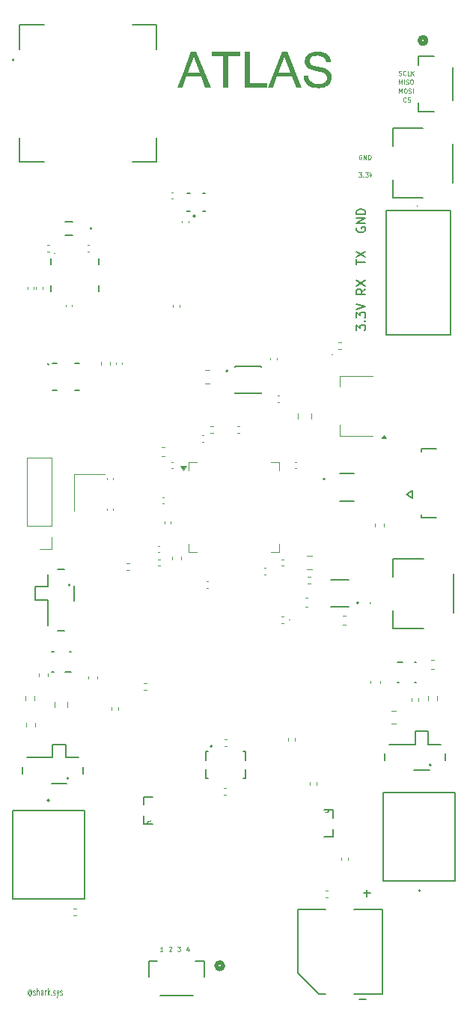
<source format=gbr>
G04 #@! TF.GenerationSoftware,KiCad,Pcbnew,9.0.4*
G04 #@! TF.CreationDate,2025-12-10T12:01:20-06:00*
G04 #@! TF.ProjectId,flightcompv2,666c6967-6874-4636-9f6d-7076322e6b69,rev?*
G04 #@! TF.SameCoordinates,Original*
G04 #@! TF.FileFunction,Legend,Top*
G04 #@! TF.FilePolarity,Positive*
%FSLAX46Y46*%
G04 Gerber Fmt 4.6, Leading zero omitted, Abs format (unit mm)*
G04 Created by KiCad (PCBNEW 9.0.4) date 2025-12-10 12:01:20*
%MOMM*%
%LPD*%
G01*
G04 APERTURE LIST*
%ADD10C,0.100000*%
%ADD11C,0.150000*%
%ADD12C,0.500000*%
%ADD13C,0.127000*%
%ADD14C,0.200000*%
%ADD15C,0.120000*%
%ADD16C,0.152400*%
%ADD17C,0.508000*%
%ADD18C,0.170000*%
%ADD19C,0.052000*%
%ADD20C,0.140000*%
G04 APERTURE END LIST*
D10*
X194946741Y-53957419D02*
X194899122Y-53933609D01*
X194899122Y-53933609D02*
X194827693Y-53933609D01*
X194827693Y-53933609D02*
X194756265Y-53957419D01*
X194756265Y-53957419D02*
X194708646Y-54005038D01*
X194708646Y-54005038D02*
X194684836Y-54052657D01*
X194684836Y-54052657D02*
X194661027Y-54147895D01*
X194661027Y-54147895D02*
X194661027Y-54219323D01*
X194661027Y-54219323D02*
X194684836Y-54314561D01*
X194684836Y-54314561D02*
X194708646Y-54362180D01*
X194708646Y-54362180D02*
X194756265Y-54409800D01*
X194756265Y-54409800D02*
X194827693Y-54433609D01*
X194827693Y-54433609D02*
X194875312Y-54433609D01*
X194875312Y-54433609D02*
X194946741Y-54409800D01*
X194946741Y-54409800D02*
X194970550Y-54385990D01*
X194970550Y-54385990D02*
X194970550Y-54219323D01*
X194970550Y-54219323D02*
X194875312Y-54219323D01*
X195184836Y-54433609D02*
X195184836Y-53933609D01*
X195184836Y-53933609D02*
X195470550Y-54433609D01*
X195470550Y-54433609D02*
X195470550Y-53933609D01*
X195708646Y-54433609D02*
X195708646Y-53933609D01*
X195708646Y-53933609D02*
X195827694Y-53933609D01*
X195827694Y-53933609D02*
X195899122Y-53957419D01*
X195899122Y-53957419D02*
X195946741Y-54005038D01*
X195946741Y-54005038D02*
X195970551Y-54052657D01*
X195970551Y-54052657D02*
X195994360Y-54147895D01*
X195994360Y-54147895D02*
X195994360Y-54219323D01*
X195994360Y-54219323D02*
X195970551Y-54314561D01*
X195970551Y-54314561D02*
X195946741Y-54362180D01*
X195946741Y-54362180D02*
X195899122Y-54409800D01*
X195899122Y-54409800D02*
X195827694Y-54433609D01*
X195827694Y-54433609D02*
X195708646Y-54433609D01*
X199161027Y-44909800D02*
X199232455Y-44933609D01*
X199232455Y-44933609D02*
X199351503Y-44933609D01*
X199351503Y-44933609D02*
X199399122Y-44909800D01*
X199399122Y-44909800D02*
X199422931Y-44885990D01*
X199422931Y-44885990D02*
X199446741Y-44838371D01*
X199446741Y-44838371D02*
X199446741Y-44790752D01*
X199446741Y-44790752D02*
X199422931Y-44743133D01*
X199422931Y-44743133D02*
X199399122Y-44719323D01*
X199399122Y-44719323D02*
X199351503Y-44695514D01*
X199351503Y-44695514D02*
X199256265Y-44671704D01*
X199256265Y-44671704D02*
X199208646Y-44647895D01*
X199208646Y-44647895D02*
X199184836Y-44624085D01*
X199184836Y-44624085D02*
X199161027Y-44576466D01*
X199161027Y-44576466D02*
X199161027Y-44528847D01*
X199161027Y-44528847D02*
X199184836Y-44481228D01*
X199184836Y-44481228D02*
X199208646Y-44457419D01*
X199208646Y-44457419D02*
X199256265Y-44433609D01*
X199256265Y-44433609D02*
X199375312Y-44433609D01*
X199375312Y-44433609D02*
X199446741Y-44457419D01*
X199946740Y-44885990D02*
X199922931Y-44909800D01*
X199922931Y-44909800D02*
X199851502Y-44933609D01*
X199851502Y-44933609D02*
X199803883Y-44933609D01*
X199803883Y-44933609D02*
X199732455Y-44909800D01*
X199732455Y-44909800D02*
X199684836Y-44862180D01*
X199684836Y-44862180D02*
X199661026Y-44814561D01*
X199661026Y-44814561D02*
X199637217Y-44719323D01*
X199637217Y-44719323D02*
X199637217Y-44647895D01*
X199637217Y-44647895D02*
X199661026Y-44552657D01*
X199661026Y-44552657D02*
X199684836Y-44505038D01*
X199684836Y-44505038D02*
X199732455Y-44457419D01*
X199732455Y-44457419D02*
X199803883Y-44433609D01*
X199803883Y-44433609D02*
X199851502Y-44433609D01*
X199851502Y-44433609D02*
X199922931Y-44457419D01*
X199922931Y-44457419D02*
X199946740Y-44481228D01*
X200399121Y-44933609D02*
X200161026Y-44933609D01*
X200161026Y-44933609D02*
X200161026Y-44433609D01*
X200565788Y-44933609D02*
X200565788Y-44433609D01*
X200851502Y-44933609D02*
X200637217Y-44647895D01*
X200851502Y-44433609D02*
X200565788Y-44719323D01*
X194637217Y-55933609D02*
X194946741Y-55933609D01*
X194946741Y-55933609D02*
X194780074Y-56124085D01*
X194780074Y-56124085D02*
X194851503Y-56124085D01*
X194851503Y-56124085D02*
X194899122Y-56147895D01*
X194899122Y-56147895D02*
X194922931Y-56171704D01*
X194922931Y-56171704D02*
X194946741Y-56219323D01*
X194946741Y-56219323D02*
X194946741Y-56338371D01*
X194946741Y-56338371D02*
X194922931Y-56385990D01*
X194922931Y-56385990D02*
X194899122Y-56409800D01*
X194899122Y-56409800D02*
X194851503Y-56433609D01*
X194851503Y-56433609D02*
X194708646Y-56433609D01*
X194708646Y-56433609D02*
X194661027Y-56409800D01*
X194661027Y-56409800D02*
X194637217Y-56385990D01*
X195161026Y-56385990D02*
X195184836Y-56409800D01*
X195184836Y-56409800D02*
X195161026Y-56433609D01*
X195161026Y-56433609D02*
X195137217Y-56409800D01*
X195137217Y-56409800D02*
X195161026Y-56385990D01*
X195161026Y-56385990D02*
X195161026Y-56433609D01*
X195351502Y-55933609D02*
X195661026Y-55933609D01*
X195661026Y-55933609D02*
X195494359Y-56124085D01*
X195494359Y-56124085D02*
X195565788Y-56124085D01*
X195565788Y-56124085D02*
X195613407Y-56147895D01*
X195613407Y-56147895D02*
X195637216Y-56171704D01*
X195637216Y-56171704D02*
X195661026Y-56219323D01*
X195661026Y-56219323D02*
X195661026Y-56338371D01*
X195661026Y-56338371D02*
X195637216Y-56385990D01*
X195637216Y-56385990D02*
X195613407Y-56409800D01*
X195613407Y-56409800D02*
X195565788Y-56433609D01*
X195565788Y-56433609D02*
X195422931Y-56433609D01*
X195422931Y-56433609D02*
X195375312Y-56409800D01*
X195375312Y-56409800D02*
X195351502Y-56385990D01*
X195827692Y-56100276D02*
X195946740Y-56433609D01*
X195946740Y-56433609D02*
X196065787Y-56100276D01*
D11*
X194417438Y-62139411D02*
X194369819Y-62234649D01*
X194369819Y-62234649D02*
X194369819Y-62377506D01*
X194369819Y-62377506D02*
X194417438Y-62520363D01*
X194417438Y-62520363D02*
X194512676Y-62615601D01*
X194512676Y-62615601D02*
X194607914Y-62663220D01*
X194607914Y-62663220D02*
X194798390Y-62710839D01*
X194798390Y-62710839D02*
X194941247Y-62710839D01*
X194941247Y-62710839D02*
X195131723Y-62663220D01*
X195131723Y-62663220D02*
X195226961Y-62615601D01*
X195226961Y-62615601D02*
X195322200Y-62520363D01*
X195322200Y-62520363D02*
X195369819Y-62377506D01*
X195369819Y-62377506D02*
X195369819Y-62282268D01*
X195369819Y-62282268D02*
X195322200Y-62139411D01*
X195322200Y-62139411D02*
X195274580Y-62091792D01*
X195274580Y-62091792D02*
X194941247Y-62091792D01*
X194941247Y-62091792D02*
X194941247Y-62282268D01*
X195369819Y-61663220D02*
X194369819Y-61663220D01*
X194369819Y-61663220D02*
X195369819Y-61091792D01*
X195369819Y-61091792D02*
X194369819Y-61091792D01*
X195369819Y-60615601D02*
X194369819Y-60615601D01*
X194369819Y-60615601D02*
X194369819Y-60377506D01*
X194369819Y-60377506D02*
X194417438Y-60234649D01*
X194417438Y-60234649D02*
X194512676Y-60139411D01*
X194512676Y-60139411D02*
X194607914Y-60091792D01*
X194607914Y-60091792D02*
X194798390Y-60044173D01*
X194798390Y-60044173D02*
X194941247Y-60044173D01*
X194941247Y-60044173D02*
X195131723Y-60091792D01*
X195131723Y-60091792D02*
X195226961Y-60139411D01*
X195226961Y-60139411D02*
X195322200Y-60234649D01*
X195322200Y-60234649D02*
X195369819Y-60377506D01*
X195369819Y-60377506D02*
X195369819Y-60615601D01*
D12*
G36*
X177894592Y-46320000D02*
G01*
X177279100Y-46320000D01*
X176814550Y-45100739D01*
X175147592Y-45100739D01*
X174704780Y-46320000D01*
X174127879Y-46320000D01*
X174764948Y-44663056D01*
X175298046Y-44663056D01*
X176652861Y-44663056D01*
X175959456Y-42835387D01*
X175298046Y-44663056D01*
X174764948Y-44663056D01*
X175672470Y-42302693D01*
X176254012Y-42302693D01*
X177894592Y-46320000D01*
G37*
G36*
X181179902Y-42787271D02*
G01*
X179854641Y-42787271D01*
X179854641Y-46320000D01*
X179306315Y-46320000D01*
X179306315Y-42787271D01*
X177991800Y-42787271D01*
X177991800Y-42302693D01*
X181179902Y-42302693D01*
X181179902Y-42787271D01*
G37*
G36*
X184230495Y-46320000D02*
G01*
X181736532Y-46320000D01*
X181736532Y-42302693D01*
X182282170Y-42302693D01*
X182282170Y-45835422D01*
X184230495Y-45835422D01*
X184230495Y-46320000D01*
G37*
G36*
X188156699Y-46320000D02*
G01*
X187541207Y-46320000D01*
X187076657Y-45100739D01*
X185409700Y-45100739D01*
X184966888Y-46320000D01*
X184389986Y-46320000D01*
X185027055Y-44663056D01*
X185560153Y-44663056D01*
X186914969Y-44663056D01*
X186221563Y-42835387D01*
X185560153Y-44663056D01*
X185027055Y-44663056D01*
X185934578Y-42302693D01*
X186516120Y-42302693D01*
X188156699Y-46320000D01*
G37*
G36*
X190097941Y-46382526D02*
G01*
X189746052Y-46364131D01*
X189450732Y-46312800D01*
X189203608Y-46233190D01*
X188997401Y-46128301D01*
X188826169Y-45999309D01*
X188640823Y-45794253D01*
X188506329Y-45563948D01*
X188419733Y-45303750D01*
X188382135Y-45006950D01*
X188908234Y-45006950D01*
X188949405Y-45229833D01*
X189025438Y-45411975D01*
X189134561Y-45561014D01*
X189278995Y-45681793D01*
X189507755Y-45799418D01*
X189770952Y-45872382D01*
X190076204Y-45897948D01*
X190366758Y-45875310D01*
X190600478Y-45812767D01*
X190788416Y-45715498D01*
X190908530Y-45613518D01*
X190991016Y-45499028D01*
X191040505Y-45369519D01*
X191057571Y-45220418D01*
X191039259Y-45065653D01*
X190987311Y-44939011D01*
X190902108Y-44834035D01*
X190778646Y-44747564D01*
X190583678Y-44662125D01*
X190274103Y-44564136D01*
X189811933Y-44453496D01*
X189358431Y-44330746D01*
X189039074Y-44193493D01*
X188822994Y-44047320D01*
X188691813Y-43907070D01*
X188598836Y-43747509D01*
X188541751Y-43564777D01*
X188521842Y-43353182D01*
X188546709Y-43118330D01*
X188619113Y-42910278D01*
X188739581Y-42722940D01*
X188913608Y-42552554D01*
X189116026Y-42420851D01*
X189352413Y-42323518D01*
X189628978Y-42261966D01*
X189953350Y-42240167D01*
X190294492Y-42262268D01*
X190586300Y-42324710D01*
X190836437Y-42423408D01*
X191051221Y-42556706D01*
X191234063Y-42729957D01*
X191367619Y-42933959D01*
X191454998Y-43174269D01*
X191494278Y-43459427D01*
X190962561Y-43459427D01*
X190912801Y-43233961D01*
X190822320Y-43057756D01*
X190691963Y-42920556D01*
X190515862Y-42817484D01*
X190282311Y-42749803D01*
X189975087Y-42724745D01*
X189685014Y-42746029D01*
X189462841Y-42803456D01*
X189294138Y-42890341D01*
X189158406Y-43015344D01*
X189080357Y-43159128D01*
X189053803Y-43328757D01*
X189076218Y-43482368D01*
X189139831Y-43602983D01*
X189246755Y-43698785D01*
X189383967Y-43768507D01*
X189614469Y-43848752D01*
X189973377Y-43939364D01*
X190478373Y-44062693D01*
X190822610Y-44170907D01*
X191023623Y-44262077D01*
X191203193Y-44380846D01*
X191363608Y-44528478D01*
X191486009Y-44702530D01*
X191562308Y-44915952D01*
X191589532Y-45179630D01*
X191563397Y-45429043D01*
X191487064Y-45651929D01*
X191359781Y-45854408D01*
X191175785Y-46040341D01*
X190961272Y-46185748D01*
X190714310Y-46292222D01*
X190428997Y-46359013D01*
X190097941Y-46382526D01*
G37*
D10*
X172446741Y-143933609D02*
X172161027Y-143933609D01*
X172303884Y-143933609D02*
X172303884Y-143433609D01*
X172303884Y-143433609D02*
X172256265Y-143505038D01*
X172256265Y-143505038D02*
X172208646Y-143552657D01*
X172208646Y-143552657D02*
X172161027Y-143576466D01*
X199184836Y-46933609D02*
X199184836Y-46433609D01*
X199184836Y-46433609D02*
X199351503Y-46790752D01*
X199351503Y-46790752D02*
X199518169Y-46433609D01*
X199518169Y-46433609D02*
X199518169Y-46933609D01*
X199851503Y-46433609D02*
X199946741Y-46433609D01*
X199946741Y-46433609D02*
X199994360Y-46457419D01*
X199994360Y-46457419D02*
X200041979Y-46505038D01*
X200041979Y-46505038D02*
X200065789Y-46600276D01*
X200065789Y-46600276D02*
X200065789Y-46766942D01*
X200065789Y-46766942D02*
X200041979Y-46862180D01*
X200041979Y-46862180D02*
X199994360Y-46909800D01*
X199994360Y-46909800D02*
X199946741Y-46933609D01*
X199946741Y-46933609D02*
X199851503Y-46933609D01*
X199851503Y-46933609D02*
X199803884Y-46909800D01*
X199803884Y-46909800D02*
X199756265Y-46862180D01*
X199756265Y-46862180D02*
X199732456Y-46766942D01*
X199732456Y-46766942D02*
X199732456Y-46600276D01*
X199732456Y-46600276D02*
X199756265Y-46505038D01*
X199756265Y-46505038D02*
X199803884Y-46457419D01*
X199803884Y-46457419D02*
X199851503Y-46433609D01*
X200256266Y-46909800D02*
X200327694Y-46933609D01*
X200327694Y-46933609D02*
X200446742Y-46933609D01*
X200446742Y-46933609D02*
X200494361Y-46909800D01*
X200494361Y-46909800D02*
X200518170Y-46885990D01*
X200518170Y-46885990D02*
X200541980Y-46838371D01*
X200541980Y-46838371D02*
X200541980Y-46790752D01*
X200541980Y-46790752D02*
X200518170Y-46743133D01*
X200518170Y-46743133D02*
X200494361Y-46719323D01*
X200494361Y-46719323D02*
X200446742Y-46695514D01*
X200446742Y-46695514D02*
X200351504Y-46671704D01*
X200351504Y-46671704D02*
X200303885Y-46647895D01*
X200303885Y-46647895D02*
X200280075Y-46624085D01*
X200280075Y-46624085D02*
X200256266Y-46576466D01*
X200256266Y-46576466D02*
X200256266Y-46528847D01*
X200256266Y-46528847D02*
X200280075Y-46481228D01*
X200280075Y-46481228D02*
X200303885Y-46457419D01*
X200303885Y-46457419D02*
X200351504Y-46433609D01*
X200351504Y-46433609D02*
X200470551Y-46433609D01*
X200470551Y-46433609D02*
X200541980Y-46457419D01*
X200756265Y-46933609D02*
X200756265Y-46433609D01*
X199970550Y-47885990D02*
X199946741Y-47909800D01*
X199946741Y-47909800D02*
X199875312Y-47933609D01*
X199875312Y-47933609D02*
X199827693Y-47933609D01*
X199827693Y-47933609D02*
X199756265Y-47909800D01*
X199756265Y-47909800D02*
X199708646Y-47862180D01*
X199708646Y-47862180D02*
X199684836Y-47814561D01*
X199684836Y-47814561D02*
X199661027Y-47719323D01*
X199661027Y-47719323D02*
X199661027Y-47647895D01*
X199661027Y-47647895D02*
X199684836Y-47552657D01*
X199684836Y-47552657D02*
X199708646Y-47505038D01*
X199708646Y-47505038D02*
X199756265Y-47457419D01*
X199756265Y-47457419D02*
X199827693Y-47433609D01*
X199827693Y-47433609D02*
X199875312Y-47433609D01*
X199875312Y-47433609D02*
X199946741Y-47457419D01*
X199946741Y-47457419D02*
X199970550Y-47481228D01*
X200161027Y-47909800D02*
X200232455Y-47933609D01*
X200232455Y-47933609D02*
X200351503Y-47933609D01*
X200351503Y-47933609D02*
X200399122Y-47909800D01*
X200399122Y-47909800D02*
X200422931Y-47885990D01*
X200422931Y-47885990D02*
X200446741Y-47838371D01*
X200446741Y-47838371D02*
X200446741Y-47790752D01*
X200446741Y-47790752D02*
X200422931Y-47743133D01*
X200422931Y-47743133D02*
X200399122Y-47719323D01*
X200399122Y-47719323D02*
X200351503Y-47695514D01*
X200351503Y-47695514D02*
X200256265Y-47671704D01*
X200256265Y-47671704D02*
X200208646Y-47647895D01*
X200208646Y-47647895D02*
X200184836Y-47624085D01*
X200184836Y-47624085D02*
X200161027Y-47576466D01*
X200161027Y-47576466D02*
X200161027Y-47528847D01*
X200161027Y-47528847D02*
X200184836Y-47481228D01*
X200184836Y-47481228D02*
X200208646Y-47457419D01*
X200208646Y-47457419D02*
X200256265Y-47433609D01*
X200256265Y-47433609D02*
X200375312Y-47433609D01*
X200375312Y-47433609D02*
X200446741Y-47457419D01*
X174137217Y-143433609D02*
X174446741Y-143433609D01*
X174446741Y-143433609D02*
X174280074Y-143624085D01*
X174280074Y-143624085D02*
X174351503Y-143624085D01*
X174351503Y-143624085D02*
X174399122Y-143647895D01*
X174399122Y-143647895D02*
X174422931Y-143671704D01*
X174422931Y-143671704D02*
X174446741Y-143719323D01*
X174446741Y-143719323D02*
X174446741Y-143838371D01*
X174446741Y-143838371D02*
X174422931Y-143885990D01*
X174422931Y-143885990D02*
X174399122Y-143909800D01*
X174399122Y-143909800D02*
X174351503Y-143933609D01*
X174351503Y-143933609D02*
X174208646Y-143933609D01*
X174208646Y-143933609D02*
X174161027Y-143909800D01*
X174161027Y-143909800D02*
X174137217Y-143885990D01*
X173161027Y-143481228D02*
X173184836Y-143457419D01*
X173184836Y-143457419D02*
X173232455Y-143433609D01*
X173232455Y-143433609D02*
X173351503Y-143433609D01*
X173351503Y-143433609D02*
X173399122Y-143457419D01*
X173399122Y-143457419D02*
X173422931Y-143481228D01*
X173422931Y-143481228D02*
X173446741Y-143528847D01*
X173446741Y-143528847D02*
X173446741Y-143576466D01*
X173446741Y-143576466D02*
X173422931Y-143647895D01*
X173422931Y-143647895D02*
X173137217Y-143933609D01*
X173137217Y-143933609D02*
X173446741Y-143933609D01*
D11*
X194369819Y-73758458D02*
X194369819Y-73139411D01*
X194369819Y-73139411D02*
X194750771Y-73472744D01*
X194750771Y-73472744D02*
X194750771Y-73329887D01*
X194750771Y-73329887D02*
X194798390Y-73234649D01*
X194798390Y-73234649D02*
X194846009Y-73187030D01*
X194846009Y-73187030D02*
X194941247Y-73139411D01*
X194941247Y-73139411D02*
X195179342Y-73139411D01*
X195179342Y-73139411D02*
X195274580Y-73187030D01*
X195274580Y-73187030D02*
X195322200Y-73234649D01*
X195322200Y-73234649D02*
X195369819Y-73329887D01*
X195369819Y-73329887D02*
X195369819Y-73615601D01*
X195369819Y-73615601D02*
X195322200Y-73710839D01*
X195322200Y-73710839D02*
X195274580Y-73758458D01*
X195274580Y-72710839D02*
X195322200Y-72663220D01*
X195322200Y-72663220D02*
X195369819Y-72710839D01*
X195369819Y-72710839D02*
X195322200Y-72758458D01*
X195322200Y-72758458D02*
X195274580Y-72710839D01*
X195274580Y-72710839D02*
X195369819Y-72710839D01*
X194369819Y-72329887D02*
X194369819Y-71710840D01*
X194369819Y-71710840D02*
X194750771Y-72044173D01*
X194750771Y-72044173D02*
X194750771Y-71901316D01*
X194750771Y-71901316D02*
X194798390Y-71806078D01*
X194798390Y-71806078D02*
X194846009Y-71758459D01*
X194846009Y-71758459D02*
X194941247Y-71710840D01*
X194941247Y-71710840D02*
X195179342Y-71710840D01*
X195179342Y-71710840D02*
X195274580Y-71758459D01*
X195274580Y-71758459D02*
X195322200Y-71806078D01*
X195322200Y-71806078D02*
X195369819Y-71901316D01*
X195369819Y-71901316D02*
X195369819Y-72187030D01*
X195369819Y-72187030D02*
X195322200Y-72282268D01*
X195322200Y-72282268D02*
X195274580Y-72329887D01*
X194369819Y-71425125D02*
X195369819Y-71091792D01*
X195369819Y-71091792D02*
X194369819Y-70758459D01*
D10*
X199184836Y-45933609D02*
X199184836Y-45433609D01*
X199184836Y-45433609D02*
X199351503Y-45790752D01*
X199351503Y-45790752D02*
X199518169Y-45433609D01*
X199518169Y-45433609D02*
X199518169Y-45933609D01*
X199756265Y-45933609D02*
X199756265Y-45433609D01*
X199970551Y-45909800D02*
X200041979Y-45933609D01*
X200041979Y-45933609D02*
X200161027Y-45933609D01*
X200161027Y-45933609D02*
X200208646Y-45909800D01*
X200208646Y-45909800D02*
X200232455Y-45885990D01*
X200232455Y-45885990D02*
X200256265Y-45838371D01*
X200256265Y-45838371D02*
X200256265Y-45790752D01*
X200256265Y-45790752D02*
X200232455Y-45743133D01*
X200232455Y-45743133D02*
X200208646Y-45719323D01*
X200208646Y-45719323D02*
X200161027Y-45695514D01*
X200161027Y-45695514D02*
X200065789Y-45671704D01*
X200065789Y-45671704D02*
X200018170Y-45647895D01*
X200018170Y-45647895D02*
X199994360Y-45624085D01*
X199994360Y-45624085D02*
X199970551Y-45576466D01*
X199970551Y-45576466D02*
X199970551Y-45528847D01*
X199970551Y-45528847D02*
X199994360Y-45481228D01*
X199994360Y-45481228D02*
X200018170Y-45457419D01*
X200018170Y-45457419D02*
X200065789Y-45433609D01*
X200065789Y-45433609D02*
X200184836Y-45433609D01*
X200184836Y-45433609D02*
X200256265Y-45457419D01*
X200565788Y-45433609D02*
X200661026Y-45433609D01*
X200661026Y-45433609D02*
X200708645Y-45457419D01*
X200708645Y-45457419D02*
X200756264Y-45505038D01*
X200756264Y-45505038D02*
X200780074Y-45600276D01*
X200780074Y-45600276D02*
X200780074Y-45766942D01*
X200780074Y-45766942D02*
X200756264Y-45862180D01*
X200756264Y-45862180D02*
X200708645Y-45909800D01*
X200708645Y-45909800D02*
X200661026Y-45933609D01*
X200661026Y-45933609D02*
X200565788Y-45933609D01*
X200565788Y-45933609D02*
X200518169Y-45909800D01*
X200518169Y-45909800D02*
X200470550Y-45862180D01*
X200470550Y-45862180D02*
X200446741Y-45766942D01*
X200446741Y-45766942D02*
X200446741Y-45600276D01*
X200446741Y-45600276D02*
X200470550Y-45505038D01*
X200470550Y-45505038D02*
X200518169Y-45457419D01*
X200518169Y-45457419D02*
X200565788Y-45433609D01*
D11*
X195369819Y-69091792D02*
X194893628Y-69425125D01*
X195369819Y-69663220D02*
X194369819Y-69663220D01*
X194369819Y-69663220D02*
X194369819Y-69282268D01*
X194369819Y-69282268D02*
X194417438Y-69187030D01*
X194417438Y-69187030D02*
X194465057Y-69139411D01*
X194465057Y-69139411D02*
X194560295Y-69091792D01*
X194560295Y-69091792D02*
X194703152Y-69091792D01*
X194703152Y-69091792D02*
X194798390Y-69139411D01*
X194798390Y-69139411D02*
X194846009Y-69187030D01*
X194846009Y-69187030D02*
X194893628Y-69282268D01*
X194893628Y-69282268D02*
X194893628Y-69663220D01*
X194369819Y-68758458D02*
X195369819Y-68091792D01*
X194369819Y-68091792D02*
X195369819Y-68758458D01*
D10*
X157494360Y-148515942D02*
X157470550Y-148477847D01*
X157470550Y-148477847D02*
X157422931Y-148439752D01*
X157422931Y-148439752D02*
X157375312Y-148439752D01*
X157375312Y-148439752D02*
X157327693Y-148477847D01*
X157327693Y-148477847D02*
X157303884Y-148515942D01*
X157303884Y-148515942D02*
X157280074Y-148592133D01*
X157280074Y-148592133D02*
X157280074Y-148668323D01*
X157280074Y-148668323D02*
X157303884Y-148744514D01*
X157303884Y-148744514D02*
X157327693Y-148782609D01*
X157327693Y-148782609D02*
X157375312Y-148820704D01*
X157375312Y-148820704D02*
X157422931Y-148820704D01*
X157422931Y-148820704D02*
X157470550Y-148782609D01*
X157470550Y-148782609D02*
X157494360Y-148744514D01*
X157494360Y-148439752D02*
X157494360Y-148744514D01*
X157494360Y-148744514D02*
X157518169Y-148782609D01*
X157518169Y-148782609D02*
X157541979Y-148782609D01*
X157541979Y-148782609D02*
X157589598Y-148744514D01*
X157589598Y-148744514D02*
X157613408Y-148668323D01*
X157613408Y-148668323D02*
X157613408Y-148477847D01*
X157613408Y-148477847D02*
X157565789Y-148363561D01*
X157565789Y-148363561D02*
X157494360Y-148287371D01*
X157494360Y-148287371D02*
X157399122Y-148249276D01*
X157399122Y-148249276D02*
X157303884Y-148287371D01*
X157303884Y-148287371D02*
X157232455Y-148363561D01*
X157232455Y-148363561D02*
X157184836Y-148477847D01*
X157184836Y-148477847D02*
X157161027Y-148630228D01*
X157161027Y-148630228D02*
X157184836Y-148782609D01*
X157184836Y-148782609D02*
X157232455Y-148896895D01*
X157232455Y-148896895D02*
X157303884Y-148973085D01*
X157303884Y-148973085D02*
X157399122Y-149011180D01*
X157399122Y-149011180D02*
X157494360Y-148973085D01*
X157494360Y-148973085D02*
X157565789Y-148896895D01*
X157803884Y-148858800D02*
X157851503Y-148896895D01*
X157851503Y-148896895D02*
X157946741Y-148896895D01*
X157946741Y-148896895D02*
X157994360Y-148858800D01*
X157994360Y-148858800D02*
X158018169Y-148782609D01*
X158018169Y-148782609D02*
X158018169Y-148744514D01*
X158018169Y-148744514D02*
X157994360Y-148668323D01*
X157994360Y-148668323D02*
X157946741Y-148630228D01*
X157946741Y-148630228D02*
X157875312Y-148630228D01*
X157875312Y-148630228D02*
X157827693Y-148592133D01*
X157827693Y-148592133D02*
X157803884Y-148515942D01*
X157803884Y-148515942D02*
X157803884Y-148477847D01*
X157803884Y-148477847D02*
X157827693Y-148401657D01*
X157827693Y-148401657D02*
X157875312Y-148363561D01*
X157875312Y-148363561D02*
X157946741Y-148363561D01*
X157946741Y-148363561D02*
X157994360Y-148401657D01*
X158232455Y-148896895D02*
X158232455Y-148096895D01*
X158446741Y-148896895D02*
X158446741Y-148477847D01*
X158446741Y-148477847D02*
X158422931Y-148401657D01*
X158422931Y-148401657D02*
X158375312Y-148363561D01*
X158375312Y-148363561D02*
X158303884Y-148363561D01*
X158303884Y-148363561D02*
X158256265Y-148401657D01*
X158256265Y-148401657D02*
X158232455Y-148439752D01*
X158899122Y-148896895D02*
X158899122Y-148477847D01*
X158899122Y-148477847D02*
X158875312Y-148401657D01*
X158875312Y-148401657D02*
X158827693Y-148363561D01*
X158827693Y-148363561D02*
X158732455Y-148363561D01*
X158732455Y-148363561D02*
X158684836Y-148401657D01*
X158899122Y-148858800D02*
X158851503Y-148896895D01*
X158851503Y-148896895D02*
X158732455Y-148896895D01*
X158732455Y-148896895D02*
X158684836Y-148858800D01*
X158684836Y-148858800D02*
X158661027Y-148782609D01*
X158661027Y-148782609D02*
X158661027Y-148706419D01*
X158661027Y-148706419D02*
X158684836Y-148630228D01*
X158684836Y-148630228D02*
X158732455Y-148592133D01*
X158732455Y-148592133D02*
X158851503Y-148592133D01*
X158851503Y-148592133D02*
X158899122Y-148554038D01*
X159137217Y-148896895D02*
X159137217Y-148363561D01*
X159137217Y-148515942D02*
X159161027Y-148439752D01*
X159161027Y-148439752D02*
X159184836Y-148401657D01*
X159184836Y-148401657D02*
X159232455Y-148363561D01*
X159232455Y-148363561D02*
X159280074Y-148363561D01*
X159446741Y-148896895D02*
X159446741Y-148096895D01*
X159494360Y-148592133D02*
X159637217Y-148896895D01*
X159637217Y-148363561D02*
X159446741Y-148668323D01*
X159851503Y-148820704D02*
X159875313Y-148858800D01*
X159875313Y-148858800D02*
X159851503Y-148896895D01*
X159851503Y-148896895D02*
X159827694Y-148858800D01*
X159827694Y-148858800D02*
X159851503Y-148820704D01*
X159851503Y-148820704D02*
X159851503Y-148896895D01*
X160065789Y-148858800D02*
X160113408Y-148896895D01*
X160113408Y-148896895D02*
X160208646Y-148896895D01*
X160208646Y-148896895D02*
X160256265Y-148858800D01*
X160256265Y-148858800D02*
X160280074Y-148782609D01*
X160280074Y-148782609D02*
X160280074Y-148744514D01*
X160280074Y-148744514D02*
X160256265Y-148668323D01*
X160256265Y-148668323D02*
X160208646Y-148630228D01*
X160208646Y-148630228D02*
X160137217Y-148630228D01*
X160137217Y-148630228D02*
X160089598Y-148592133D01*
X160089598Y-148592133D02*
X160065789Y-148515942D01*
X160065789Y-148515942D02*
X160065789Y-148477847D01*
X160065789Y-148477847D02*
X160089598Y-148401657D01*
X160089598Y-148401657D02*
X160137217Y-148363561D01*
X160137217Y-148363561D02*
X160208646Y-148363561D01*
X160208646Y-148363561D02*
X160256265Y-148401657D01*
X160446741Y-148363561D02*
X160565789Y-148896895D01*
X160684836Y-148363561D02*
X160565789Y-148896895D01*
X160565789Y-148896895D02*
X160518170Y-149087371D01*
X160518170Y-149087371D02*
X160494360Y-149125466D01*
X160494360Y-149125466D02*
X160446741Y-149163561D01*
X160851503Y-148858800D02*
X160899122Y-148896895D01*
X160899122Y-148896895D02*
X160994360Y-148896895D01*
X160994360Y-148896895D02*
X161041979Y-148858800D01*
X161041979Y-148858800D02*
X161065788Y-148782609D01*
X161065788Y-148782609D02*
X161065788Y-148744514D01*
X161065788Y-148744514D02*
X161041979Y-148668323D01*
X161041979Y-148668323D02*
X160994360Y-148630228D01*
X160994360Y-148630228D02*
X160922931Y-148630228D01*
X160922931Y-148630228D02*
X160875312Y-148592133D01*
X160875312Y-148592133D02*
X160851503Y-148515942D01*
X160851503Y-148515942D02*
X160851503Y-148477847D01*
X160851503Y-148477847D02*
X160875312Y-148401657D01*
X160875312Y-148401657D02*
X160922931Y-148363561D01*
X160922931Y-148363561D02*
X160994360Y-148363561D01*
X160994360Y-148363561D02*
X161041979Y-148401657D01*
D11*
X194369819Y-66306077D02*
X194369819Y-65734649D01*
X195369819Y-66020363D02*
X194369819Y-66020363D01*
X194369819Y-65496553D02*
X195369819Y-64829887D01*
X194369819Y-64829887D02*
X195369819Y-65496553D01*
D10*
X175399122Y-143600276D02*
X175399122Y-143933609D01*
X175280074Y-143409800D02*
X175161027Y-143766942D01*
X175161027Y-143766942D02*
X175470550Y-143766942D01*
D11*
X194677531Y-149332369D02*
X195442628Y-149332369D01*
X195185504Y-137378744D02*
X195950655Y-137378744D01*
X195568079Y-137761319D02*
X195568079Y-136996169D01*
D13*
X162242500Y-61500000D02*
X161382500Y-61500000D01*
X162242500Y-63000000D02*
X161382500Y-63000000D01*
D14*
X164412500Y-62250000D02*
G75*
G02*
X164212500Y-62250000I-100000J0D01*
G01*
X164212500Y-62250000D02*
G75*
G02*
X164412500Y-62250000I100000J0D01*
G01*
D15*
X160215001Y-115788748D02*
X160215001Y-116311252D01*
X161685001Y-115788748D02*
X161685001Y-116311252D01*
X158440001Y-112549721D02*
X158440001Y-112875279D01*
X159460001Y-112549721D02*
X159460001Y-112875279D01*
D14*
X158000000Y-102760000D02*
X159500000Y-102760000D01*
X158000000Y-104260000D02*
X158000000Y-102760000D01*
X159500000Y-102760000D02*
X159500000Y-101350000D01*
X159500000Y-104260000D02*
X158000000Y-104260000D01*
X159500000Y-107150000D02*
X159500000Y-104260000D01*
X160550000Y-107700000D02*
X161350000Y-107700000D01*
X161350000Y-100800000D02*
X160550000Y-100800000D01*
X162400000Y-104350000D02*
X162400000Y-102650000D01*
X161950000Y-102550000D02*
G75*
G02*
X161750000Y-102550000I-100000J0D01*
G01*
X161750000Y-102550000D02*
G75*
G02*
X161950000Y-102550000I100000J0D01*
G01*
D15*
X187765000Y-83188748D02*
X187765000Y-83711252D01*
X189235000Y-83188748D02*
X189235000Y-83711252D01*
D16*
X201382750Y-42780850D02*
X201382750Y-43767510D01*
X201382750Y-48042590D02*
X201382750Y-49029250D01*
X201382750Y-49029250D02*
X203182109Y-49029250D01*
X203182109Y-42780850D02*
X201382750Y-42780850D01*
X205243550Y-47775409D02*
X205243550Y-44034691D01*
D17*
X202272550Y-41002850D02*
G75*
G02*
X201510550Y-41002850I-381000J0D01*
G01*
X201510550Y-41002850D02*
G75*
G02*
X202272550Y-41002850I381000J0D01*
G01*
D15*
X193140580Y-105990000D02*
X192859420Y-105990000D01*
X193140580Y-107010000D02*
X192859420Y-107010000D01*
X163912164Y-64140000D02*
X164127836Y-64140000D01*
X163912164Y-64860000D02*
X164127836Y-64860000D01*
D13*
X194067500Y-89935000D02*
X192442500Y-89935000D01*
X194067500Y-93065000D02*
X192442500Y-93065000D01*
D14*
X190800000Y-90555000D02*
G75*
G02*
X190600000Y-90555000I-100000J0D01*
G01*
X190600000Y-90555000D02*
G75*
G02*
X190800000Y-90555000I100000J0D01*
G01*
D15*
X173490000Y-99337221D02*
X173490000Y-99662779D01*
X174510000Y-99337221D02*
X174510000Y-99662779D01*
X196490000Y-95634420D02*
X196490000Y-95915580D01*
X197510000Y-95634420D02*
X197510000Y-95915580D01*
X162440000Y-90040000D02*
X162440000Y-94160000D01*
X165860000Y-90040000D02*
X162440000Y-90040000D01*
D16*
X170875800Y-145069600D02*
X170875800Y-146868959D01*
X171862460Y-145069600D02*
X170875800Y-145069600D01*
X172129641Y-148930400D02*
X175870359Y-148930400D01*
X177124200Y-145069600D02*
X176137540Y-145069600D01*
X177124200Y-146868959D02*
X177124200Y-145069600D01*
D17*
X179283200Y-145578400D02*
G75*
G02*
X178521200Y-145578400I-381000J0D01*
G01*
X178521200Y-145578400D02*
G75*
G02*
X179283200Y-145578400I381000J0D01*
G01*
D15*
X186620000Y-120163641D02*
X186620000Y-119856359D01*
X187380000Y-120163641D02*
X187380000Y-119856359D01*
X202837221Y-110990000D02*
X203162779Y-110990000D01*
X202837221Y-112010000D02*
X203162779Y-112010000D01*
X162336359Y-139120000D02*
X162643641Y-139120000D01*
X162336359Y-139880000D02*
X162643641Y-139880000D01*
D11*
X199975000Y-92300000D02*
X200675000Y-92700000D01*
X200675000Y-91900000D02*
X199975000Y-92300000D01*
X200675000Y-92700000D02*
X200675000Y-91900000D01*
X201675000Y-87100000D02*
X201675000Y-87450000D01*
X201675000Y-94900000D02*
X201675000Y-94550000D01*
X203425000Y-87100000D02*
X201675000Y-87100000D01*
X203425000Y-94900000D02*
X201675000Y-94900000D01*
D15*
X184640000Y-77087836D02*
X184640000Y-76872164D01*
X185360000Y-77087836D02*
X185360000Y-76872164D01*
D13*
X187700000Y-139200000D02*
X190900000Y-139200000D01*
X187700000Y-146400000D02*
X187700000Y-139200000D01*
X187700000Y-146400000D02*
X190100000Y-148800000D01*
X190100000Y-148800000D02*
X190900000Y-148800000D01*
X194100000Y-148800000D02*
X197300000Y-148800000D01*
X197300000Y-139200000D02*
X194100000Y-139200000D01*
X197300000Y-139200000D02*
X197300000Y-148800000D01*
D18*
X160099999Y-110099998D02*
X159925001Y-110099998D01*
X160099999Y-112399998D02*
X159925001Y-112399998D01*
X162074999Y-110099998D02*
X161900001Y-110099998D01*
X162074999Y-112399998D02*
X161425000Y-112399998D01*
D16*
X170288800Y-126476000D02*
X170288800Y-127390400D01*
X170288800Y-128609600D02*
X170288800Y-129524000D01*
X170288800Y-129524000D02*
X170695200Y-129524000D01*
X170695200Y-129524000D02*
X171279400Y-129524000D01*
X171279400Y-126476000D02*
X170288800Y-126476000D01*
X170695200Y-129524000D02*
G75*
G02*
X171101600Y-129244601I301019J-2583D01*
G01*
D15*
X156927501Y-115087742D02*
X156927501Y-115562258D01*
X157972501Y-115087742D02*
X157972501Y-115562258D01*
D13*
X159811500Y-65600000D02*
X159811500Y-66311500D01*
X159811500Y-69400000D02*
X159811500Y-68688500D01*
X165188500Y-65600000D02*
X165188500Y-66311500D01*
X165188500Y-69400000D02*
X165188500Y-68688500D01*
D10*
X160300000Y-65100000D02*
G75*
G02*
X160200000Y-65100000I-50000J0D01*
G01*
X160200000Y-65100000D02*
G75*
G02*
X160300000Y-65100000I50000J0D01*
G01*
D15*
X165490000Y-77640580D02*
X165490000Y-77359420D01*
X166510000Y-77640580D02*
X166510000Y-77359420D01*
D14*
X197745000Y-60250000D02*
X205035000Y-60250000D01*
X197745000Y-74250000D02*
X197745000Y-60250000D01*
D10*
X201195000Y-59600000D02*
X201195000Y-59600000D01*
X201195000Y-59700000D02*
X201195000Y-59700000D01*
D14*
X205035000Y-60250000D02*
X205035000Y-74250000D01*
X205035000Y-74250000D02*
X197745000Y-74250000D01*
D10*
X201195000Y-59600000D02*
G75*
G02*
X201195000Y-59700000I0J-50000D01*
G01*
X201195000Y-59700000D02*
G75*
G02*
X201195000Y-59600000I0J50000D01*
G01*
D18*
X198975000Y-111249999D02*
X199624999Y-111249999D01*
X198975000Y-113549999D02*
X199149998Y-113549999D01*
X200950000Y-111249999D02*
X201124998Y-111249999D01*
X200950000Y-113549999D02*
X201124998Y-113549999D01*
D15*
X172127836Y-99640000D02*
X171912164Y-99640000D01*
X172127836Y-100360000D02*
X171912164Y-100360000D01*
D13*
X175250000Y-58262500D02*
X175542500Y-58262500D01*
X175250000Y-58305000D02*
X175250000Y-58262500D01*
X175250000Y-60262500D02*
X175250000Y-60220000D01*
X175542500Y-60262500D02*
X175250000Y-60262500D01*
X177250000Y-58262500D02*
X176957500Y-58262500D01*
X177250000Y-58262500D02*
X177250000Y-58305000D01*
X177250000Y-60220000D02*
X177250000Y-60262500D01*
X177250000Y-60262500D02*
X176957500Y-60262500D01*
D14*
X176100000Y-60850000D02*
G75*
G02*
X175900000Y-60850000I-100000J0D01*
G01*
X175900000Y-60850000D02*
G75*
G02*
X176100000Y-60850000I100000J0D01*
G01*
D15*
X163990000Y-112859420D02*
X163990000Y-113140580D01*
X165010000Y-112859420D02*
X165010000Y-113140580D01*
X187392164Y-88640000D02*
X187607836Y-88640000D01*
X187392164Y-89360000D02*
X187607836Y-89360000D01*
D19*
X195918000Y-104543000D02*
X195918000Y-104543000D01*
X195918000Y-104595000D02*
X195918000Y-104595000D01*
D14*
X198500000Y-99550000D02*
X198500000Y-101600000D01*
X198500000Y-99550000D02*
X201925000Y-99550000D01*
X198500000Y-107450000D02*
X198500000Y-105400000D01*
X198500000Y-107450000D02*
X201925000Y-107450000D01*
X205349000Y-105696000D02*
X205349000Y-101304000D01*
D19*
X195918000Y-104543000D02*
G75*
G02*
X195918000Y-104595000I0J-26000D01*
G01*
X195918000Y-104595000D02*
G75*
G02*
X195918000Y-104543000I0J26000D01*
G01*
D15*
X179378402Y-125509998D02*
X179594074Y-125509998D01*
X179378402Y-126229998D02*
X179594074Y-126229998D01*
X178143641Y-84620000D02*
X177836359Y-84620000D01*
X178143641Y-85380000D02*
X177836359Y-85380000D01*
X175390000Y-88640000D02*
X175390000Y-89590000D01*
X175390000Y-98860000D02*
X175390000Y-97910000D01*
X176340000Y-88640000D02*
X175390000Y-88640000D01*
X176340000Y-98860000D02*
X175390000Y-98860000D01*
X184660000Y-88640000D02*
X185610000Y-88640000D01*
X184660000Y-98860000D02*
X185610000Y-98860000D01*
X185610000Y-88640000D02*
X185610000Y-89590000D01*
X185610000Y-98860000D02*
X185610000Y-97910000D01*
X174775000Y-89590000D02*
X174435000Y-89120000D01*
X175115000Y-89120000D01*
X174775000Y-89590000D01*
G36*
X174775000Y-89590000D02*
G01*
X174435000Y-89120000D01*
X175115000Y-89120000D01*
X174775000Y-89590000D01*
G37*
X177262936Y-78265000D02*
X177717064Y-78265000D01*
X177262936Y-79735000D02*
X177717064Y-79735000D01*
X172107836Y-98140000D02*
X171892164Y-98140000D01*
X172107836Y-98860000D02*
X171892164Y-98860000D01*
X185912164Y-99640000D02*
X186127836Y-99640000D01*
X185912164Y-100360000D02*
X186127836Y-100360000D01*
X177607836Y-102140000D02*
X177392164Y-102140000D01*
X177607836Y-102860000D02*
X177392164Y-102860000D01*
D13*
X155450000Y-128000000D02*
X155450000Y-138000000D01*
X155450000Y-138000000D02*
X163600000Y-138000000D01*
X163600000Y-128000000D02*
X155450000Y-128000000D01*
X163600000Y-138000000D02*
X163600000Y-128000000D01*
D14*
X159600000Y-126900000D02*
G75*
G02*
X159400000Y-126900000I-100000J0D01*
G01*
X159400000Y-126900000D02*
G75*
G02*
X159600000Y-126900000I100000J0D01*
G01*
D15*
X202477500Y-115087742D02*
X202477500Y-115562258D01*
X203522500Y-115087742D02*
X203522500Y-115562258D01*
X186153641Y-106120000D02*
X185846359Y-106120000D01*
X186153641Y-106880000D02*
X185846359Y-106880000D01*
X167140000Y-77607836D02*
X167140000Y-77392164D01*
X167860000Y-77607836D02*
X167860000Y-77392164D01*
X192336359Y-75120000D02*
X192643641Y-75120000D01*
X192336359Y-75880000D02*
X192643641Y-75880000D01*
X200610000Y-115663641D02*
X200610000Y-115356359D01*
X201370000Y-115663641D02*
X201370000Y-115356359D01*
D13*
X156250000Y-39250000D02*
X156250000Y-42000000D01*
X156250000Y-39250000D02*
X159000000Y-39250000D01*
X156250000Y-54750000D02*
X156250000Y-52000000D01*
X156250000Y-54750000D02*
X159000000Y-54750000D01*
X171750000Y-39250000D02*
X169000000Y-39250000D01*
X171750000Y-39250000D02*
X171750000Y-42000000D01*
X171750000Y-54750000D02*
X169000000Y-54750000D01*
X171750000Y-54750000D02*
X171750000Y-52000000D01*
D14*
X155600000Y-43200000D02*
G75*
G02*
X155400000Y-43200000I-100000J0D01*
G01*
X155400000Y-43200000D02*
G75*
G02*
X155600000Y-43200000I100000J0D01*
G01*
D15*
X195990000Y-113359420D02*
X195990000Y-113640580D01*
X197010000Y-113359420D02*
X197010000Y-113640580D01*
X157140000Y-68852164D02*
X157140000Y-69067836D01*
X157860000Y-68852164D02*
X157860000Y-69067836D01*
X180846359Y-84620000D02*
X181153641Y-84620000D01*
X180846359Y-85380000D02*
X181153641Y-85380000D01*
X173620000Y-70856359D02*
X173620000Y-71163641D01*
X174380000Y-70856359D02*
X174380000Y-71163641D01*
X198811252Y-116765000D02*
X198288748Y-116765000D01*
X198811252Y-118235000D02*
X198288748Y-118235000D01*
X170643641Y-113620000D02*
X170336359Y-113620000D01*
X170643641Y-114380000D02*
X170336359Y-114380000D01*
X190846359Y-137120000D02*
X191153641Y-137120000D01*
X190846359Y-137880000D02*
X191153641Y-137880000D01*
X172640000Y-95607836D02*
X172640000Y-95392164D01*
X173360000Y-95607836D02*
X173360000Y-95392164D01*
D14*
X197550000Y-121600000D02*
X197550000Y-122400000D01*
X198100000Y-120550000D02*
X200990000Y-120550000D01*
X200900000Y-123450000D02*
X202600000Y-123450000D01*
X200990000Y-119050000D02*
X202490000Y-119050000D01*
X200990000Y-120550000D02*
X200990000Y-119050000D01*
X202490000Y-119050000D02*
X202490000Y-120550000D01*
X202490000Y-120550000D02*
X203900000Y-120550000D01*
X204450000Y-122400000D02*
X204450000Y-121600000D01*
X202800000Y-122900000D02*
G75*
G02*
X202600000Y-122900000I-100000J0D01*
G01*
X202600000Y-122900000D02*
G75*
G02*
X202800000Y-122900000I100000J0D01*
G01*
D15*
X166140000Y-93872164D02*
X166140000Y-94087836D01*
X166860000Y-93872164D02*
X166860000Y-94087836D01*
X192620000Y-133346359D02*
X192620000Y-133653641D01*
X193380000Y-133346359D02*
X193380000Y-133653641D01*
X185412164Y-81140000D02*
X185627836Y-81140000D01*
X185412164Y-81860000D02*
X185627836Y-81860000D01*
D13*
X180600000Y-77805000D02*
X180600000Y-77880000D01*
X180600000Y-77805000D02*
X183600000Y-77805000D01*
X180600000Y-80845000D02*
X180600000Y-80770000D01*
X180600000Y-80845000D02*
X183600000Y-80845000D01*
X183600000Y-77805000D02*
X183600000Y-77880000D01*
X183600000Y-80845000D02*
X183600000Y-80770000D01*
D14*
X179800000Y-78350000D02*
G75*
G02*
X179600000Y-78350000I-100000J0D01*
G01*
X179600000Y-78350000D02*
G75*
G02*
X179800000Y-78350000I100000J0D01*
G01*
D15*
X188788748Y-99265000D02*
X189311252Y-99265000D01*
X188788748Y-100735000D02*
X189311252Y-100735000D01*
D13*
X177321238Y-121369998D02*
X177571238Y-121369998D01*
X177321238Y-122369998D02*
X177321238Y-121369998D01*
X177321238Y-124369998D02*
X177321238Y-123369998D01*
X177571238Y-124369998D02*
X177321238Y-124369998D01*
X181821238Y-121369998D02*
X181571238Y-121369998D01*
X181821238Y-122369998D02*
X181821238Y-121369998D01*
X181821238Y-123369998D02*
X181821238Y-124369998D01*
X181821238Y-124369998D02*
X181571238Y-124369998D01*
D14*
X178042238Y-120769998D02*
G75*
G02*
X177842238Y-120769998I-100000J0D01*
G01*
X177842238Y-120769998D02*
G75*
G02*
X178042238Y-120769998I100000J0D01*
G01*
D15*
X189120000Y-125153641D02*
X189120000Y-124846359D01*
X189880000Y-125153641D02*
X189880000Y-124846359D01*
D16*
X190720600Y-131024000D02*
X191711200Y-131024000D01*
X191304800Y-127976000D02*
X190720600Y-127976000D01*
X191711200Y-127976000D02*
X191304800Y-127976000D01*
X191711200Y-128890400D02*
X191711200Y-127976000D01*
X191711200Y-131024000D02*
X191711200Y-130109600D01*
X191304800Y-127976000D02*
G75*
G02*
X190898400Y-128255399I-301019J2583D01*
G01*
D15*
X158140000Y-68872164D02*
X158140000Y-69087836D01*
X158860000Y-68872164D02*
X158860000Y-69087836D01*
X179679074Y-120009998D02*
X179463402Y-120009998D01*
X179679074Y-120729998D02*
X179463402Y-120729998D01*
X157120000Y-95850000D02*
X157120000Y-88120000D01*
X159880000Y-88120000D02*
X157120000Y-88120000D01*
X159880000Y-95850000D02*
X157120000Y-95850000D01*
X159880000Y-95850000D02*
X159880000Y-88120000D01*
X159880000Y-97120000D02*
X159880000Y-98500000D01*
X159880000Y-98500000D02*
X158500000Y-98500000D01*
D13*
X197400000Y-126000000D02*
X197400000Y-136000000D01*
X197400000Y-136000000D02*
X205550000Y-136000000D01*
X205550000Y-126000000D02*
X197400000Y-126000000D01*
X205550000Y-136000000D02*
X205550000Y-126000000D01*
D14*
X201600000Y-137100000D02*
G75*
G02*
X201400000Y-137100000I-100000J0D01*
G01*
X201400000Y-137100000D02*
G75*
G02*
X201600000Y-137100000I100000J0D01*
G01*
D15*
X192440000Y-78890000D02*
X192440000Y-80150000D01*
X192440000Y-85710000D02*
X192440000Y-84450000D01*
X196200000Y-78890000D02*
X192440000Y-78890000D01*
X196200000Y-85710000D02*
X192440000Y-85710000D01*
X197720000Y-85940000D02*
X197240000Y-85940000D01*
X197480000Y-85610000D01*
X197720000Y-85940000D01*
G36*
X197720000Y-85940000D02*
G01*
X197240000Y-85940000D01*
X197480000Y-85610000D01*
X197720000Y-85940000D01*
G37*
X176892164Y-85640000D02*
X177107836Y-85640000D01*
X176892164Y-86360000D02*
X177107836Y-86360000D01*
X173607836Y-58165000D02*
X173392164Y-58165000D01*
X173607836Y-58885000D02*
X173392164Y-58885000D01*
D14*
X156550000Y-123100000D02*
X156550000Y-123900000D01*
X157100000Y-122050000D02*
X159990000Y-122050000D01*
X159900000Y-124950000D02*
X161600000Y-124950000D01*
X159990000Y-120550000D02*
X161490000Y-120550000D01*
X159990000Y-122050000D02*
X159990000Y-120550000D01*
X161490000Y-120550000D02*
X161490000Y-122050000D01*
X161490000Y-122050000D02*
X162900000Y-122050000D01*
X163450000Y-123900000D02*
X163450000Y-123100000D01*
X161800000Y-124400000D02*
G75*
G02*
X161600000Y-124400000I-100000J0D01*
G01*
X161600000Y-124400000D02*
G75*
G02*
X161800000Y-124400000I100000J0D01*
G01*
D15*
X172640580Y-86990000D02*
X172359420Y-86990000D01*
X172640580Y-88010000D02*
X172359420Y-88010000D01*
D13*
X160000000Y-77500000D02*
X160000000Y-77500000D01*
X160000000Y-77500000D02*
X160500000Y-77500000D01*
X160000000Y-80500000D02*
X160000000Y-80500000D01*
X160500000Y-80500000D02*
X160000000Y-80500000D01*
X162500000Y-77500000D02*
X163000000Y-77500000D01*
X162500000Y-80500000D02*
X163000000Y-80500000D01*
X163000000Y-77500000D02*
X163000000Y-77500000D01*
X163000000Y-80500000D02*
X163000000Y-80500000D01*
D20*
X159570000Y-77600000D02*
G75*
G02*
X159430000Y-77600000I-70000J0D01*
G01*
X159430000Y-77600000D02*
G75*
G02*
X159570000Y-77600000I70000J0D01*
G01*
D10*
X191690000Y-76500000D02*
G75*
G02*
X191590000Y-76500000I-50000J0D01*
G01*
X191590000Y-76500000D02*
G75*
G02*
X191690000Y-76500000I50000J0D01*
G01*
D19*
X195868000Y-55893000D02*
X195868000Y-55893000D01*
X195868000Y-55945000D02*
X195868000Y-55945000D01*
D14*
X198450000Y-50900000D02*
X198450000Y-52950000D01*
X198450000Y-50900000D02*
X201875000Y-50900000D01*
X198450000Y-58800000D02*
X198450000Y-56750000D01*
X198450000Y-58800000D02*
X201875000Y-58800000D01*
X205299000Y-57046000D02*
X205299000Y-52654000D01*
D19*
X195868000Y-55893000D02*
G75*
G02*
X195868000Y-55945000I0J-26000D01*
G01*
X195868000Y-55945000D02*
G75*
G02*
X195868000Y-55893000I0J26000D01*
G01*
D15*
X174640000Y-61607836D02*
X174640000Y-61392164D01*
X175360000Y-61607836D02*
X175360000Y-61392164D01*
X188836359Y-101620000D02*
X189143641Y-101620000D01*
X188836359Y-102380000D02*
X189143641Y-102380000D01*
D13*
X191505000Y-105020000D02*
X193505000Y-105020000D01*
X193505000Y-101980000D02*
X191505000Y-101980000D01*
D14*
X194605000Y-104570000D02*
G75*
G02*
X194405000Y-104570000I-100000J0D01*
G01*
X194405000Y-104570000D02*
G75*
G02*
X194605000Y-104570000I100000J0D01*
G01*
D15*
X173607836Y-88640000D02*
X173392164Y-88640000D01*
X173607836Y-89360000D02*
X173392164Y-89360000D01*
X172607836Y-92640000D02*
X172392164Y-92640000D01*
X172607836Y-93360000D02*
X172392164Y-93360000D01*
X166620000Y-116653641D02*
X166620000Y-116346359D01*
X167380000Y-116653641D02*
X167380000Y-116346359D01*
X159627836Y-64140000D02*
X159412164Y-64140000D01*
X159627836Y-64860000D02*
X159412164Y-64860000D01*
X161452500Y-70872164D02*
X161452500Y-71087836D01*
X162172500Y-70872164D02*
X162172500Y-71087836D01*
D10*
X186845000Y-106500000D02*
G75*
G02*
X186745000Y-106500000I-50000J0D01*
G01*
X186745000Y-106500000D02*
G75*
G02*
X186845000Y-106500000I50000J0D01*
G01*
D15*
X166140000Y-90627836D02*
X166140000Y-90412164D01*
X166860000Y-90627836D02*
X166860000Y-90412164D01*
X168346359Y-100120000D02*
X168653641Y-100120000D01*
X168346359Y-100880000D02*
X168653641Y-100880000D01*
X156977500Y-118562258D02*
X156977500Y-118087742D01*
X158022500Y-118562258D02*
X158022500Y-118087742D01*
X184127836Y-100640000D02*
X183912164Y-100640000D01*
X184127836Y-101360000D02*
X183912164Y-101360000D01*
X188875279Y-103990000D02*
X188549721Y-103990000D01*
X188875279Y-105010000D02*
X188549721Y-105010000D01*
M02*

</source>
